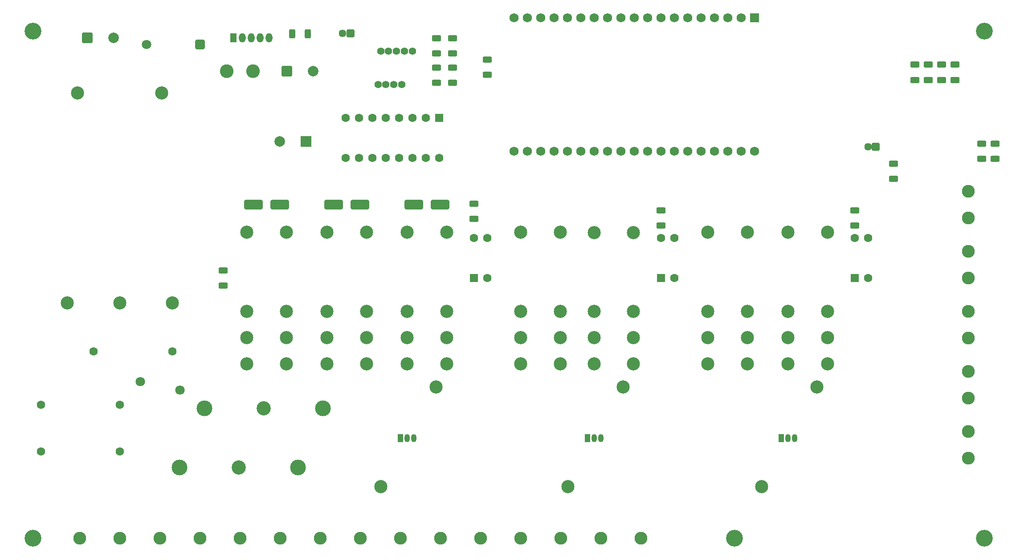
<source format=gbr>
%TF.GenerationSoftware,KiCad,Pcbnew,9.0.7*%
%TF.CreationDate,2026-02-09T15:58:26+01:00*%
%TF.ProjectId,SaunaPCB,5361756e-6150-4434-922e-6b696361645f,0.0.1*%
%TF.SameCoordinates,Original*%
%TF.FileFunction,Soldermask,Top*%
%TF.FilePolarity,Negative*%
%FSLAX46Y46*%
G04 Gerber Fmt 4.6, Leading zero omitted, Abs format (unit mm)*
G04 Created by KiCad (PCBNEW 9.0.7) date 2026-02-09 15:58:26*
%MOMM*%
%LPD*%
G01*
G04 APERTURE LIST*
G04 Aperture macros list*
%AMRoundRect*
0 Rectangle with rounded corners*
0 $1 Rounding radius*
0 $2 $3 $4 $5 $6 $7 $8 $9 X,Y pos of 4 corners*
0 Add a 4 corners polygon primitive as box body*
4,1,4,$2,$3,$4,$5,$6,$7,$8,$9,$2,$3,0*
0 Add four circle primitives for the rounded corners*
1,1,$1+$1,$2,$3*
1,1,$1+$1,$4,$5*
1,1,$1+$1,$6,$7*
1,1,$1+$1,$8,$9*
0 Add four rect primitives between the rounded corners*
20,1,$1+$1,$2,$3,$4,$5,0*
20,1,$1+$1,$4,$5,$6,$7,0*
20,1,$1+$1,$6,$7,$8,$9,0*
20,1,$1+$1,$8,$9,$2,$3,0*%
G04 Aperture macros list end*
%ADD10RoundRect,0.250000X0.550000X-0.550000X0.550000X0.550000X-0.550000X0.550000X-0.550000X-0.550000X0*%
%ADD11C,1.600000*%
%ADD12C,1.800000*%
%ADD13C,2.454000*%
%ADD14RoundRect,0.250000X-0.550000X0.550000X-0.550000X-0.550000X0.550000X-0.550000X0.550000X0.550000X0*%
%ADD15C,2.500000*%
%ADD16R,1.050000X1.500000*%
%ADD17O,1.050000X1.500000*%
%ADD18RoundRect,0.250000X-0.625000X0.312500X-0.625000X-0.312500X0.625000X-0.312500X0.625000X0.312500X0*%
%ADD19C,2.700000*%
%ADD20C,3.000000*%
%ADD21RoundRect,0.250000X1.500000X0.650000X-1.500000X0.650000X-1.500000X-0.650000X1.500000X-0.650000X0*%
%ADD22R,1.275000X1.800000*%
%ADD23O,1.275000X1.800000*%
%ADD24C,1.412000*%
%ADD25RoundRect,0.102000X-0.619000X-0.619000X0.619000X-0.619000X0.619000X0.619000X-0.619000X0.619000X0*%
%ADD26C,1.442000*%
%ADD27R,2.000000X2.000000*%
%ADD28C,2.000000*%
%ADD29C,3.200000*%
%ADD30RoundRect,0.250000X0.650000X0.650000X-0.650000X0.650000X-0.650000X-0.650000X0.650000X-0.650000X0*%
%ADD31RoundRect,0.250000X-0.750000X-0.750000X0.750000X-0.750000X0.750000X0.750000X-0.750000X0.750000X0*%
%ADD32RoundRect,0.250000X0.625000X-0.312500X0.625000X0.312500X-0.625000X0.312500X-0.625000X-0.312500X0*%
%ADD33RoundRect,0.250000X-0.312500X-0.625000X0.312500X-0.625000X0.312500X0.625000X-0.312500X0.625000X0*%
%ADD34C,2.600000*%
%ADD35RoundRect,0.102000X-0.765000X0.765000X-0.765000X-0.765000X0.765000X-0.765000X0.765000X0.765000X0*%
%ADD36C,1.734000*%
G04 APERTURE END LIST*
D10*
%TO.C,U204*%
X183495000Y-98980000D03*
D11*
X186035000Y-98980000D03*
X186035000Y-91360000D03*
X183495000Y-91360000D03*
%TD*%
D12*
%TO.C,RV201*%
X84567000Y-118665000D03*
X92067000Y-120298330D03*
%TD*%
D13*
%TO.C,J304*%
X241920000Y-98980000D03*
X241920000Y-93900000D03*
%TD*%
D14*
%TO.C,U301*%
X141336000Y-68500000D03*
D11*
X138796000Y-68500000D03*
X136256000Y-68500000D03*
X133716000Y-68500000D03*
X131176000Y-68500000D03*
X128636000Y-68500000D03*
X126096000Y-68500000D03*
X123556000Y-68500000D03*
X123556000Y-76120000D03*
X126096000Y-76120000D03*
X128636000Y-76120000D03*
X131176000Y-76120000D03*
X133716000Y-76120000D03*
X136256000Y-76120000D03*
X138796000Y-76120000D03*
X141336000Y-76120000D03*
%TD*%
D10*
%TO.C,U205*%
X220325000Y-98975000D03*
D11*
X222865000Y-98975000D03*
X222865000Y-91355000D03*
X220325000Y-91355000D03*
%TD*%
D15*
%TO.C,K206*%
X142800000Y-110290000D03*
X135300000Y-110290000D03*
X142800000Y-105290000D03*
X135300000Y-105290000D03*
X142800000Y-115290000D03*
X135300000Y-115290000D03*
X142800000Y-90290000D03*
X135300000Y-90290000D03*
%TD*%
D13*
%TO.C,J302*%
X241920000Y-121840000D03*
X241920000Y-116760000D03*
%TD*%
D16*
%TO.C,U208*%
X133970000Y-129460000D03*
D17*
X135240000Y-129460000D03*
X136510000Y-129460000D03*
%TD*%
D13*
%TO.C,J203*%
X73010000Y-148510000D03*
X80630000Y-148510000D03*
X88250000Y-148510000D03*
%TD*%
D15*
%TO.C,K207*%
X112320000Y-110290000D03*
X104820000Y-110290000D03*
X112320000Y-105290000D03*
X104820000Y-105290000D03*
X112320000Y-115290000D03*
X104820000Y-115290000D03*
X112320000Y-90290000D03*
X104820000Y-90290000D03*
%TD*%
D13*
%TO.C,J303*%
X241920000Y-110410000D03*
X241920000Y-105330000D03*
%TD*%
D18*
%TO.C,R306*%
X143876000Y-58909500D03*
X143876000Y-61834500D03*
%TD*%
D19*
%TO.C,F201*%
X108009000Y-123745000D03*
D20*
X96759000Y-123745000D03*
X119259000Y-123745000D03*
%TD*%
D21*
%TO.C,D202*%
X141550000Y-85010000D03*
X136550000Y-85010000D03*
%TD*%
D22*
%TO.C,U202*%
X102220000Y-53260000D03*
D23*
X103920000Y-53260000D03*
X105620000Y-53260000D03*
X107320000Y-53260000D03*
X109020000Y-53260000D03*
%TD*%
D13*
%TO.C,J202*%
X95870000Y-148510000D03*
X103490000Y-148510000D03*
X111110000Y-148510000D03*
%TD*%
D15*
%TO.C,L201*%
X202650000Y-138710000D03*
X213150000Y-119710000D03*
%TD*%
D24*
%TO.C,J306*%
X129748000Y-62120000D03*
X131248000Y-62120000D03*
X132748000Y-62120000D03*
X134248000Y-62120000D03*
%TD*%
D25*
%TO.C,D204*%
X124520000Y-52440000D03*
D26*
X123020000Y-52440000D03*
%TD*%
D27*
%TO.C,LS301*%
X116020785Y-72945000D03*
D28*
X111020785Y-72945000D03*
%TD*%
D29*
%TO.C,H203*%
X245000000Y-52000000D03*
%TD*%
D11*
%TO.C,C202*%
X75670000Y-112950000D03*
X90670000Y-112950000D03*
%TD*%
D30*
%TO.C,D203*%
X95870000Y-54530000D03*
D12*
X85710000Y-54530000D03*
%TD*%
D31*
%TO.C,C205*%
X112380000Y-59610000D03*
D28*
X117380000Y-59610000D03*
%TD*%
D13*
%TO.C,J201*%
X141590000Y-148510000D03*
X149210000Y-148510000D03*
X156830000Y-148510000D03*
%TD*%
D15*
%TO.C,L204*%
X130260000Y-138710000D03*
X140760000Y-119710000D03*
%TD*%
D18*
%TO.C,R305*%
X143876000Y-53321500D03*
X143876000Y-56246500D03*
%TD*%
D29*
%TO.C,H202*%
X64120000Y-148510000D03*
%TD*%
D15*
%TO.C,K202*%
X215190000Y-110290000D03*
X207690000Y-110290000D03*
X215190000Y-105290000D03*
X207690000Y-105290000D03*
X215190000Y-115290000D03*
X207690000Y-115290000D03*
X215190000Y-90290000D03*
X207690000Y-90290000D03*
%TD*%
D18*
%TO.C,R307*%
X140828000Y-53321500D03*
X140828000Y-56246500D03*
%TD*%
%TO.C,R309*%
X140828000Y-58909500D03*
X140828000Y-61834500D03*
%TD*%
D29*
%TO.C,H201*%
X64120000Y-51990000D03*
%TD*%
D15*
%TO.C,K201*%
X199950000Y-110290000D03*
X192450000Y-110290000D03*
X199950000Y-105290000D03*
X192450000Y-105290000D03*
X199950000Y-115290000D03*
X192450000Y-115290000D03*
X199950000Y-90290000D03*
X192450000Y-90290000D03*
%TD*%
D13*
%TO.C,J301*%
X241920000Y-133270000D03*
X241920000Y-128190000D03*
%TD*%
D16*
%TO.C,U207*%
X169530000Y-129460000D03*
D17*
X170800000Y-129460000D03*
X172070000Y-129460000D03*
%TD*%
D29*
%TO.C,H205*%
X197470000Y-148510000D03*
%TD*%
D15*
%TO.C,K203*%
X164390000Y-110290000D03*
X156890000Y-110290000D03*
X164390000Y-105290000D03*
X156890000Y-105290000D03*
X164390000Y-115290000D03*
X156890000Y-115290000D03*
X164390000Y-90290000D03*
X156890000Y-90290000D03*
%TD*%
%TO.C,K205*%
X127560000Y-110290000D03*
X120060000Y-110290000D03*
X127560000Y-105290000D03*
X120060000Y-105290000D03*
X127560000Y-115290000D03*
X120060000Y-115290000D03*
X127560000Y-90290000D03*
X120060000Y-90290000D03*
%TD*%
D10*
%TO.C,U203*%
X147940000Y-98980000D03*
D11*
X150480000Y-98980000D03*
X150480000Y-91360000D03*
X147940000Y-91360000D03*
%TD*%
D13*
%TO.C,J204*%
X241920000Y-87550000D03*
X241920000Y-82470000D03*
%TD*%
D32*
%TO.C,R212*%
X183500000Y-89012500D03*
X183500000Y-86087500D03*
%TD*%
D13*
%TO.C,J205*%
X164450000Y-148510000D03*
X172070000Y-148510000D03*
X179690000Y-148510000D03*
%TD*%
D11*
%TO.C,C201*%
X65644000Y-123110000D03*
X80644000Y-123110000D03*
%TD*%
D18*
%TO.C,R303*%
X236840000Y-58340000D03*
X236840000Y-61265000D03*
%TD*%
D24*
%TO.C,J307*%
X136256000Y-55800000D03*
X134756000Y-55800000D03*
X133256000Y-55800000D03*
X131756000Y-55800000D03*
X130256000Y-55800000D03*
%TD*%
D18*
%TO.C,R202*%
X247000000Y-73387500D03*
X247000000Y-76312500D03*
%TD*%
D32*
%TO.C,R213*%
X220330000Y-89012500D03*
X220330000Y-86087500D03*
%TD*%
D13*
%TO.C,J206*%
X118730000Y-148510000D03*
X126350000Y-148510000D03*
X133970000Y-148510000D03*
%TD*%
D33*
%TO.C,R203*%
X113457500Y-52498000D03*
X116382500Y-52498000D03*
%TD*%
D34*
%TO.C,L203*%
X100990000Y-59610000D03*
X105990000Y-59610000D03*
%TD*%
D25*
%TO.C,J305*%
X224382000Y-74030000D03*
D26*
X222882000Y-74030000D03*
%TD*%
D18*
%TO.C,R304*%
X239380000Y-58340000D03*
X239380000Y-61265000D03*
%TD*%
%TO.C,R302*%
X234300000Y-58340000D03*
X234300000Y-61265000D03*
%TD*%
D19*
%TO.C,F202*%
X103236000Y-135048000D03*
D20*
X91986000Y-135048000D03*
X114486000Y-135048000D03*
%TD*%
D18*
%TO.C,R301*%
X231760000Y-58340000D03*
X231760000Y-61265000D03*
%TD*%
D32*
%TO.C,R308*%
X227696000Y-80122500D03*
X227696000Y-77197500D03*
%TD*%
D21*
%TO.C,D201*%
X126310000Y-85010000D03*
X121310000Y-85010000D03*
%TD*%
D29*
%TO.C,H204*%
X245000000Y-148510000D03*
%TD*%
D15*
%TO.C,L202*%
X165820000Y-138710000D03*
X176320000Y-119710000D03*
%TD*%
D32*
%TO.C,R201*%
X244460000Y-76312500D03*
X244460000Y-73387500D03*
%TD*%
D15*
%TO.C,K204*%
X178300000Y-110330000D03*
X170800000Y-110330000D03*
X178300000Y-105330000D03*
X170800000Y-105330000D03*
X178300000Y-115330000D03*
X170800000Y-115330000D03*
X178300000Y-90330000D03*
X170800000Y-90330000D03*
%TD*%
D32*
%TO.C,R211*%
X147940000Y-87742500D03*
X147940000Y-84817500D03*
%TD*%
D35*
%TO.C,U302*%
X201270000Y-49450000D03*
D36*
X198730000Y-49450000D03*
X196190000Y-49450000D03*
X193650000Y-49450000D03*
X191110000Y-49450000D03*
X188570000Y-49450000D03*
X186030000Y-49450000D03*
X183490000Y-49450000D03*
X180950000Y-49450000D03*
X178410000Y-49450000D03*
X175870000Y-49450000D03*
X173330000Y-49450000D03*
X170790000Y-49450000D03*
X168250000Y-49450000D03*
X165710000Y-49450000D03*
X163170000Y-49450000D03*
X160630000Y-49450000D03*
X158090000Y-49450000D03*
X155550000Y-49450000D03*
X155550000Y-74850000D03*
X158090000Y-74850000D03*
X160630000Y-74850000D03*
X163170000Y-74850000D03*
X165710000Y-74850000D03*
X168250000Y-74850000D03*
X170790000Y-74850000D03*
X173330000Y-74850000D03*
X175870000Y-74850000D03*
X178410000Y-74850000D03*
X180950000Y-74850000D03*
X183490000Y-74850000D03*
X186030000Y-74850000D03*
X188570000Y-74850000D03*
X191110000Y-74850000D03*
X193650000Y-74850000D03*
X196190000Y-74850000D03*
X198730000Y-74850000D03*
X201270000Y-74850000D03*
%TD*%
D32*
%TO.C,R310*%
X150480000Y-60310500D03*
X150480000Y-57385500D03*
%TD*%
D21*
%TO.C,D205*%
X111070000Y-85010000D03*
X106070000Y-85010000D03*
%TD*%
D11*
%TO.C,C203*%
X65644000Y-132000000D03*
X80644000Y-132000000D03*
%TD*%
D16*
%TO.C,U206*%
X206360000Y-129460000D03*
D17*
X207630000Y-129460000D03*
X208900000Y-129460000D03*
%TD*%
D18*
%TO.C,R210*%
X100315000Y-97517500D03*
X100315000Y-100442500D03*
%TD*%
D15*
%TO.C,U201*%
X90630000Y-103740000D03*
X80630000Y-103740000D03*
X70630000Y-103740000D03*
X88630000Y-63740000D03*
X72630000Y-63740000D03*
%TD*%
D31*
%TO.C,C204*%
X74452323Y-53260000D03*
D28*
X79452323Y-53260000D03*
%TD*%
M02*

</source>
